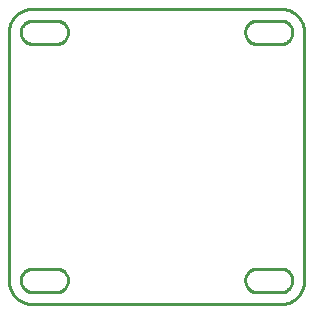
<source format=gbr>
G04 EAGLE Gerber RS-274X export*
G75*
%MOMM*%
%FSLAX34Y34*%
%LPD*%
%IN*%
%IPPOS*%
%AMOC8*
5,1,8,0,0,1.08239X$1,22.5*%
G01*
%ADD10C,0.254000*%


D10*
X0Y20000D02*
X76Y18257D01*
X304Y16527D01*
X681Y14824D01*
X1206Y13160D01*
X1874Y11548D01*
X2680Y10000D01*
X3617Y8528D01*
X4679Y7144D01*
X5858Y5858D01*
X7144Y4679D01*
X8528Y3617D01*
X10000Y2680D01*
X11548Y1874D01*
X13160Y1206D01*
X14824Y681D01*
X16527Y304D01*
X18257Y76D01*
X20000Y0D01*
X230000Y0D01*
X231743Y76D01*
X233473Y304D01*
X235176Y681D01*
X236840Y1206D01*
X238452Y1874D01*
X240000Y2680D01*
X241472Y3617D01*
X242856Y4679D01*
X244142Y5858D01*
X245321Y7144D01*
X246383Y8528D01*
X247321Y10000D01*
X248126Y11548D01*
X248794Y13160D01*
X249319Y14824D01*
X249696Y16527D01*
X249924Y18257D01*
X250000Y20000D01*
X250000Y230000D01*
X249924Y231743D01*
X249696Y233473D01*
X249319Y235176D01*
X248794Y236840D01*
X248126Y238452D01*
X247321Y240000D01*
X246383Y241472D01*
X245321Y242856D01*
X244142Y244142D01*
X242856Y245321D01*
X241472Y246383D01*
X240000Y247321D01*
X238452Y248126D01*
X236840Y248794D01*
X235176Y249319D01*
X233473Y249696D01*
X231743Y249924D01*
X230000Y250000D01*
X20000Y250000D01*
X18257Y249924D01*
X16527Y249696D01*
X14824Y249319D01*
X13160Y248794D01*
X11548Y248126D01*
X10000Y247321D01*
X8528Y246383D01*
X7144Y245321D01*
X5858Y244142D01*
X4679Y242856D01*
X3617Y241472D01*
X2680Y240000D01*
X1874Y238452D01*
X1206Y236840D01*
X681Y235176D01*
X304Y233473D01*
X76Y231743D01*
X0Y230000D01*
X0Y20000D01*
X200000Y230000D02*
X200038Y229128D01*
X200152Y228264D01*
X200341Y227412D01*
X200603Y226580D01*
X200937Y225774D01*
X201340Y225000D01*
X201808Y224264D01*
X202340Y223572D01*
X202929Y222929D01*
X203572Y222340D01*
X204264Y221808D01*
X205000Y221340D01*
X205774Y220937D01*
X206580Y220603D01*
X207412Y220341D01*
X208264Y220152D01*
X209128Y220038D01*
X210000Y220000D01*
X230000Y220000D01*
X230872Y220038D01*
X231736Y220152D01*
X232588Y220341D01*
X233420Y220603D01*
X234226Y220937D01*
X235000Y221340D01*
X235736Y221808D01*
X236428Y222340D01*
X237071Y222929D01*
X237660Y223572D01*
X238192Y224264D01*
X238660Y225000D01*
X239063Y225774D01*
X239397Y226580D01*
X239659Y227412D01*
X239848Y228264D01*
X239962Y229128D01*
X240000Y230000D01*
X239962Y230872D01*
X239848Y231736D01*
X239659Y232588D01*
X239397Y233420D01*
X239063Y234226D01*
X238660Y235000D01*
X238192Y235736D01*
X237660Y236428D01*
X237071Y237071D01*
X236428Y237660D01*
X235736Y238192D01*
X235000Y238660D01*
X234226Y239063D01*
X233420Y239397D01*
X232588Y239659D01*
X231736Y239848D01*
X230872Y239962D01*
X230000Y240000D01*
X210000Y240000D01*
X209128Y239962D01*
X208264Y239848D01*
X207412Y239659D01*
X206580Y239397D01*
X205774Y239063D01*
X205000Y238660D01*
X204264Y238192D01*
X203572Y237660D01*
X202929Y237071D01*
X202340Y236428D01*
X201808Y235736D01*
X201340Y235000D01*
X200937Y234226D01*
X200603Y233420D01*
X200341Y232588D01*
X200152Y231736D01*
X200038Y230872D01*
X200000Y230000D01*
X10000Y230000D02*
X10038Y229128D01*
X10152Y228264D01*
X10341Y227412D01*
X10603Y226580D01*
X10937Y225774D01*
X11340Y225000D01*
X11808Y224264D01*
X12340Y223572D01*
X12929Y222929D01*
X13572Y222340D01*
X14264Y221808D01*
X15000Y221340D01*
X15774Y220937D01*
X16580Y220603D01*
X17412Y220341D01*
X18264Y220152D01*
X19128Y220038D01*
X20000Y220000D01*
X40000Y220000D01*
X40872Y220038D01*
X41736Y220152D01*
X42588Y220341D01*
X43420Y220603D01*
X44226Y220937D01*
X45000Y221340D01*
X45736Y221808D01*
X46428Y222340D01*
X47071Y222929D01*
X47660Y223572D01*
X48192Y224264D01*
X48660Y225000D01*
X49063Y225774D01*
X49397Y226580D01*
X49659Y227412D01*
X49848Y228264D01*
X49962Y229128D01*
X50000Y230000D01*
X49962Y230872D01*
X49848Y231736D01*
X49659Y232588D01*
X49397Y233420D01*
X49063Y234226D01*
X48660Y235000D01*
X48192Y235736D01*
X47660Y236428D01*
X47071Y237071D01*
X46428Y237660D01*
X45736Y238192D01*
X45000Y238660D01*
X44226Y239063D01*
X43420Y239397D01*
X42588Y239659D01*
X41736Y239848D01*
X40872Y239962D01*
X40000Y240000D01*
X20000Y240000D01*
X19128Y239962D01*
X18264Y239848D01*
X17412Y239659D01*
X16580Y239397D01*
X15774Y239063D01*
X15000Y238660D01*
X14264Y238192D01*
X13572Y237660D01*
X12929Y237071D01*
X12340Y236428D01*
X11808Y235736D01*
X11340Y235000D01*
X10937Y234226D01*
X10603Y233420D01*
X10341Y232588D01*
X10152Y231736D01*
X10038Y230872D01*
X10000Y230000D01*
X200000Y20000D02*
X200038Y19128D01*
X200152Y18264D01*
X200341Y17412D01*
X200603Y16580D01*
X200937Y15774D01*
X201340Y15000D01*
X201808Y14264D01*
X202340Y13572D01*
X202929Y12929D01*
X203572Y12340D01*
X204264Y11808D01*
X205000Y11340D01*
X205774Y10937D01*
X206580Y10603D01*
X207412Y10341D01*
X208264Y10152D01*
X209128Y10038D01*
X210000Y10000D01*
X230000Y10000D01*
X230872Y10038D01*
X231736Y10152D01*
X232588Y10341D01*
X233420Y10603D01*
X234226Y10937D01*
X235000Y11340D01*
X235736Y11808D01*
X236428Y12340D01*
X237071Y12929D01*
X237660Y13572D01*
X238192Y14264D01*
X238660Y15000D01*
X239063Y15774D01*
X239397Y16580D01*
X239659Y17412D01*
X239848Y18264D01*
X239962Y19128D01*
X240000Y20000D01*
X239962Y20872D01*
X239848Y21736D01*
X239659Y22588D01*
X239397Y23420D01*
X239063Y24226D01*
X238660Y25000D01*
X238192Y25736D01*
X237660Y26428D01*
X237071Y27071D01*
X236428Y27660D01*
X235736Y28192D01*
X235000Y28660D01*
X234226Y29063D01*
X233420Y29397D01*
X232588Y29659D01*
X231736Y29848D01*
X230872Y29962D01*
X230000Y30000D01*
X210000Y30000D01*
X209128Y29962D01*
X208264Y29848D01*
X207412Y29659D01*
X206580Y29397D01*
X205774Y29063D01*
X205000Y28660D01*
X204264Y28192D01*
X203572Y27660D01*
X202929Y27071D01*
X202340Y26428D01*
X201808Y25736D01*
X201340Y25000D01*
X200937Y24226D01*
X200603Y23420D01*
X200341Y22588D01*
X200152Y21736D01*
X200038Y20872D01*
X200000Y20000D01*
X10000Y20000D02*
X10038Y19128D01*
X10152Y18264D01*
X10341Y17412D01*
X10603Y16580D01*
X10937Y15774D01*
X11340Y15000D01*
X11808Y14264D01*
X12340Y13572D01*
X12929Y12929D01*
X13572Y12340D01*
X14264Y11808D01*
X15000Y11340D01*
X15774Y10937D01*
X16580Y10603D01*
X17412Y10341D01*
X18264Y10152D01*
X19128Y10038D01*
X20000Y10000D01*
X40000Y10000D01*
X40872Y10038D01*
X41736Y10152D01*
X42588Y10341D01*
X43420Y10603D01*
X44226Y10937D01*
X45000Y11340D01*
X45736Y11808D01*
X46428Y12340D01*
X47071Y12929D01*
X47660Y13572D01*
X48192Y14264D01*
X48660Y15000D01*
X49063Y15774D01*
X49397Y16580D01*
X49659Y17412D01*
X49848Y18264D01*
X49962Y19128D01*
X50000Y20000D01*
X49962Y20872D01*
X49848Y21736D01*
X49659Y22588D01*
X49397Y23420D01*
X49063Y24226D01*
X48660Y25000D01*
X48192Y25736D01*
X47660Y26428D01*
X47071Y27071D01*
X46428Y27660D01*
X45736Y28192D01*
X45000Y28660D01*
X44226Y29063D01*
X43420Y29397D01*
X42588Y29659D01*
X41736Y29848D01*
X40872Y29962D01*
X40000Y30000D01*
X20000Y30000D01*
X19128Y29962D01*
X18264Y29848D01*
X17412Y29659D01*
X16580Y29397D01*
X15774Y29063D01*
X15000Y28660D01*
X14264Y28192D01*
X13572Y27660D01*
X12929Y27071D01*
X12340Y26428D01*
X11808Y25736D01*
X11340Y25000D01*
X10937Y24226D01*
X10603Y23420D01*
X10341Y22588D01*
X10152Y21736D01*
X10038Y20872D01*
X10000Y20000D01*
M02*

</source>
